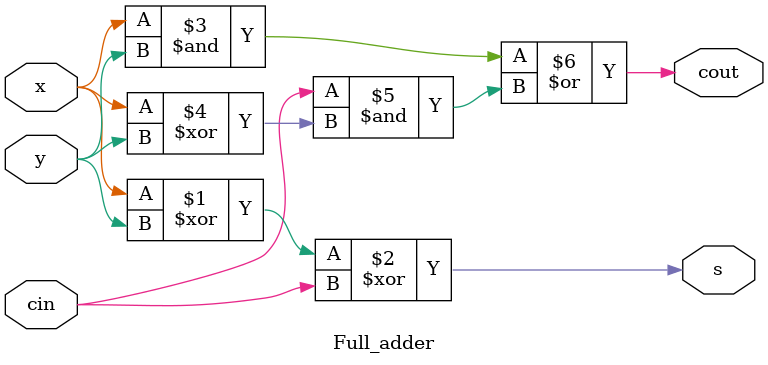
<source format=v>
`timescale 1ns / 1ps


module Full_adder(
 x ,y , cin ,
 s , cout 
    );
input x ,y , cin ;
output s, cout ;
assign  s = x^y^cin ; 
assign cout =  x&y | cin&(x^y)  ;  
endmodule

</source>
